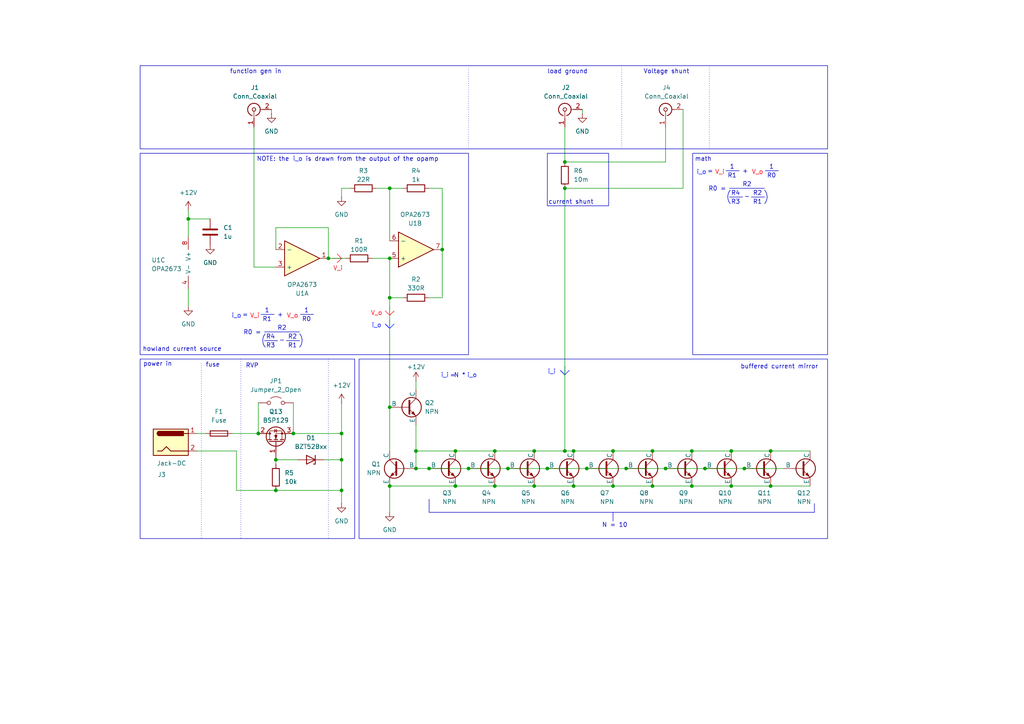
<source format=kicad_sch>
(kicad_sch (version 20250114) (generator "eeschema") (generator_version "9.0")
  (paper "A4")
  (lib_symbols
    (symbol "Connector:Conn_Coaxial" (pin_names (offset 1.016) (hide yes))
      (property "Reference" "J" (at 0.254 3.048 0))
      (property "Value" "Conn_Coaxial" (at 2.921 0 90))
      (symbol "Conn_Coaxial_0_1"
        (polyline (pts (xy -2.54 0) (xy -0.508 0)))
        (arc (start 1.778 0) (mid 0.222 -1.8079) (end -1.778 -0.508) (stroke (width 0.254)))
        (arc (start -1.778 0.508) (mid 0.2221 1.8084) (end 1.778 0) (stroke (width 0.254)))
        (circle (center 0 0) (radius 0.508) (stroke (width 0.2032)))
        (polyline (pts (xy 0 -2.54) (xy 0 -1.778)))
      )
      (symbol "Conn_Coaxial_1_1"
        (pin passive line (at -5.08 0 0) (length 2.54) (name "In") (number "1"))
        (pin passive line (at 0 -5.08 90) (length 2.54) (name "Ext") (number "2"))
      )
    )
    (symbol "Connector:Jack-DC" (pin_names (offset 1.016))
      (property "Reference" "J" (at 0 5.334 0))
      (property "Value" "Jack-DC" (at 0 -5.08 0))
      (symbol "Jack-DC_0_1"
        (rectangle (start -5.08 3.81) (end 5.08 -3.81) (stroke (width 0.254)) (fill (type background)))
        (polyline (pts (xy -3.81 -2.54) (xy -2.54 -2.54) (xy -1.27 -1.27) (xy 0 -2.54) (xy 2.54 -2.54) (xy 5.08 -2.54)) (stroke (width 0.254)))
        (arc (start -3.302 1.905) (mid -3.9343 2.54) (end -3.302 3.175) (stroke (width 0.254)))
        (arc (start -3.302 1.905) (mid -3.9343 2.54) (end -3.302 3.175) (stroke (width 0.254)) (fill (type outline)))
        (rectangle (start 3.683 3.175) (end -3.302 1.905) (stroke (width 0.254)) (fill (type outline)))
        (polyline (pts (xy 5.08 2.54) (xy 3.81 2.54)) (stroke (width 0.254)))
      )
      (symbol "Jack-DC_1_1"
        (pin passive line (at 7.62 2.54 180) (length 2.54) (name "~") (number "1"))
        (pin passive line (at 7.62 -2.54 180) (length 2.54) (name "~") (number "2"))
      )
    )
    (symbol "Device:C" (pin_numbers (hide yes)) (pin_names (offset 0.254))
      (property "Reference" "C" (at 0.635 2.54 0))
      (property "Value" "C" (at 0.635 -2.54 0))
      (symbol "C_0_1"
        (polyline (pts (xy -2.032 0.762) (xy 2.032 0.762)) (stroke (width 0.508)))
        (polyline (pts (xy -2.032 -0.762) (xy 2.032 -0.762)) (stroke (width 0.508)))
      )
      (symbol "C_1_1"
        (pin passive line (at 0 3.81 270) (length 2.794) (name "~") (number "1"))
        (pin passive line (at 0 -3.81 90) (length 2.794) (name "~") (number "2"))
      )
    )
    (symbol "Device:Fuse" (pin_numbers (hide yes)) (pin_names (offset 0))
      (property "Reference" "F" (at 2.032 0 90))
      (property "Value" "Fuse" (at -1.905 0 90))
      (symbol "Fuse_0_1"
        (rectangle (start -0.762 -2.54) (end 0.762 2.54) (stroke (width 0.254)))
        (polyline (pts (xy 0 2.54) (xy 0 -2.54)))
      )
      (symbol "Fuse_1_1"
        (pin passive line (at 0 3.81 270) (length 1.27) (name "~") (number "1"))
        (pin passive line (at 0 -3.81 90) (length 1.27) (name "~") (number "2"))
      )
    )
    (symbol "Device:Opamp_Dual"
      (property "Reference" "U" (at 0 5.08 0))
      (property "Value" "Opamp_Dual" (at 0 -5.08 0))
      (symbol "Opamp_Dual_1_1"
        (polyline (pts (xy -5.08 5.08) (xy 5.08 0) (xy -5.08 -5.08) (xy -5.08 5.08)) (stroke (width 0.254)) (fill (type background)))
        (pin input line (at -7.62 2.54 0) (length 2.54) (name "+") (number "3"))
        (pin input line (at -7.62 -2.54 0) (length 2.54) (name "-") (number "2"))
        (pin output line (at 7.62 0 180) (length 2.54) (name "~") (number "1"))
      )
      (symbol "Opamp_Dual_2_1"
        (polyline (pts (xy -5.08 5.08) (xy 5.08 0) (xy -5.08 -5.08) (xy -5.08 5.08)) (stroke (width 0.254)) (fill (type background)))
        (pin input line (at -7.62 2.54 0) (length 2.54) (name "+") (number "5"))
        (pin input line (at -7.62 -2.54 0) (length 2.54) (name "-") (number "6"))
        (pin output line (at 7.62 0 180) (length 2.54) (name "~") (number "7"))
      )
      (symbol "Opamp_Dual_3_1"
        (pin power_in line (at -2.54 7.62 270) (length 3.81) (name "V+") (number "8"))
        (pin power_in line (at -2.54 -7.62 90) (length 3.81) (name "V-") (number "4"))
      )
    )
    (symbol "Device:R" (pin_numbers (hide yes)) (pin_names (offset 0))
      (property "Reference" "R" (at 2.032 0 90))
      (property "Value" "R" (at 0 0 90))
      (symbol "R_0_1"
        (rectangle (start -1.016 -2.54) (end 1.016 2.54) (stroke (width 0.254)))
      )
      (symbol "R_1_1"
        (pin passive line (at 0 3.81 270) (length 1.27) (name "~") (number "1"))
        (pin passive line (at 0 -3.81 90) (length 1.27) (name "~") (number "2"))
      )
    )
    (symbol "Diode:BZT52Bxx" (pin_numbers (hide yes)) (pin_names (hide yes))
      (property "Reference" "D" (at 0 2.54 0))
      (property "Value" "BZT52Bxx" (at 0 -2.54 0))
      (symbol "BZT52Bxx_0_1"
        (polyline (pts (xy -1.27 -1.27) (xy -1.27 1.27) (xy -0.762 1.27)) (stroke (width 0.254)))
        (polyline (pts (xy 1.27 0) (xy -1.27 0)))
        (polyline (pts (xy 1.27 -1.27) (xy 1.27 1.27) (xy -1.27 0) (xy 1.27 -1.27)) (stroke (width 0.254)))
      )
      (symbol "BZT52Bxx_1_1"
        (pin passive line (at -3.81 0 0) (length 2.54) (name "K") (number "1"))
        (pin passive line (at 3.81 0 180) (length 2.54) (name "A") (number "2"))
      )
    )
    (symbol "Jumper:Jumper_2_Open" (pin_numbers (hide yes)) (pin_names (offset 0) (hide yes))
      (property "Reference" "JP" (at 0 2.794 0))
      (property "Value" "Jumper_2_Open" (at 0 -2.286 0))
      (symbol "Jumper_2_Open_0_0"
        (circle (center -2.032 0) (radius 0.508))
        (circle (center 2.032 0) (radius 0.508))
      )
      (symbol "Jumper_2_Open_0_1"
        (arc (start -1.524 1.27) (mid 0 1.778) (end 1.524 1.27))
      )
      (symbol "Jumper_2_Open_1_1"
        (pin passive line (at -5.08 0 0) (length 2.54) (name "A") (number "1"))
        (pin passive line (at 5.08 0 180) (length 2.54) (name "B") (number "2"))
      )
    )
    (symbol "Simulation_SPICE:NPN" (pin_numbers (hide yes)) (pin_names (offset 0))
      (property "Reference" "Q" (at -2.54 7.62 0))
      (property "Value" "NPN" (at -2.54 5.08 0))
      (symbol "NPN_0_1"
        (polyline (pts (xy -2.54 0) (xy 0.635 0)) (stroke (width 0.1524)))
        (polyline (pts (xy 0.635 1.905) (xy 0.635 -1.905) (xy 0.635 -1.905)) (stroke (width 0.508)))
        (polyline (pts (xy 0.635 0.635) (xy 2.54 2.54)))
        (polyline (pts (xy 0.635 -0.635) (xy 2.54 -2.54) (xy 2.54 -2.54)))
        (circle (center 1.27 0) (radius 2.8194) (stroke (width 0.254)))
        (polyline (pts (xy 1.27 -1.778) (xy 1.778 -1.27) (xy 2.286 -2.286) (xy 1.27 -1.778) (xy 1.27 -1.778)) (fill (type outline)))
        (polyline (pts (xy 2.794 -1.27) (xy 2.794 -1.27)) (stroke (width 0.1524)))
        (polyline (pts (xy 2.794 -1.27) (xy 2.794 -1.27)) (stroke (width 0.1524)))
      )
      (symbol "NPN_1_1"
        (pin input line (at -5.08 0 0) (length 2.54) (name "B") (number "2"))
        (pin open_collector line (at 2.54 5.08 270) (length 2.54) (name "C") (number "1"))
        (pin open_emitter line (at 2.54 -5.08 90) (length 2.54) (name "E") (number "3"))
      )
    )
    (symbol "Transistor_FET:BSP129" (pin_names (hide yes))
      (property "Reference" "Q" (at 5.08 1.905 0))
      (property "Value" "BSP129" (at 5.08 0 0))
      (symbol "BSP129_0_1"
        (polyline (pts (xy 0.254 1.905) (xy 0.254 -1.905)) (stroke (width 0.254)))
        (polyline (pts (xy 0.254 0) (xy -2.54 0)))
        (polyline (pts (xy 0.762 2.286) (xy 0.762 1.27)) (stroke (width 0.254)))
        (polyline (pts (xy 0.762 0.508) (xy 0.762 -0.508)) (stroke (width 0.254)))
        (polyline (pts (xy 0.762 -1.27) (xy 0.762 -2.286)) (stroke (width 0.254)))
        (polyline (pts (xy 0.762 -1.778) (xy 3.302 -1.778) (xy 3.302 1.778) (xy 0.762 1.778)))
        (polyline (pts (xy 1.016 0) (xy 2.032 0.381) (xy 2.032 -0.381) (xy 1.016 0)) (fill (type outline)))
        (circle (center 1.651 0) (radius 2.794) (stroke (width 0.254)))
        (polyline (pts (xy 2.54 2.54) (xy 2.54 1.778)))
        (circle (center 2.54 1.778) (radius 0.254) (fill (type outline)))
        (circle (center 2.54 -1.778) (radius 0.254) (fill (type outline)))
        (polyline (pts (xy 2.54 -2.54) (xy 2.54 0) (xy 0.762 0)))
        (polyline (pts (xy 2.794 0.508) (xy 2.921 0.381) (xy 3.683 0.381) (xy 3.81 0.254)))
        (polyline (pts (xy 3.302 0.381) (xy 2.921 -0.254) (xy 3.683 -0.254) (xy 3.302 0.381)))
      )
      (symbol "BSP129_1_1"
        (pin input line (at -5.08 0 0) (length 5.08) (name "G") (number "1"))
        (pin passive line (at 2.54 5.08 270) (length 2.54) (name "D") (number "2"))
        (pin passive line (at 2.54 -5.08 90) (length 2.54) (name "S") (number "3"))
      )
    )
    (symbol "power:+12V" (power) (pin_numbers (hide yes)) (pin_names (offset 0) (hide yes))
      (property "Value" "+12V" (at 0 3.556 0))
      (symbol "+12V_0_1"
        (polyline (pts (xy -0.762 1.27) (xy 0 2.54)))
        (polyline (pts (xy 0 2.54) (xy 0.762 1.27)))
        (polyline (pts (xy 0 0) (xy 0 2.54)))
      )
      (symbol "+12V_1_1"
        (pin power_in line (at 0 0 90) (length 0) (name "~") (number "1"))
      )
    )
    (symbol "power:GND" (power) (pin_numbers (hide yes)) (pin_names (offset 0) (hide yes))
      (property "Value" "GND" (at 0 -3.81 0))
      (symbol "GND_0_1"
        (polyline (pts (xy 0 0) (xy 0 -1.27) (xy 1.27 -1.27) (xy 0 -2.54) (xy -1.27 -1.27) (xy 0 -1.27)))
      )
      (symbol "GND_1_1"
        (pin power_in line (at 0 0 270) (length 0) (name "~") (number "1"))
      )
    )
  )
  (rectangle (start 158.75 44.45) (end 176.53 59.69))
  (rectangle (start 104.14 104.14) (end 240.03 156.21))
  (rectangle (start 40.64 44.45) (end 135.89 102.87))
  (rectangle (start 40.64 19.05) (end 240.03 43.18))
  (rectangle (start 40.64 104.14) (end 102.87 156.21))
  (rectangle (start 200.914 44.45) (end 240.03 102.87))
  (text ")" (at 222.25 57.15 0) (effects (font (size 2.54 2.54))))
  (text "R4" (at 213.36 56.134 0) (effects (font (size 1.27 1.27))))
  (text "R2" (at 219.71 56.134 0) (effects (font (size 1.27 1.27))))
  (text "+" (at 216.154 49.784 0) (effects (font (size 1.27 1.27))))
  (text "i_o" (at 203.454 50.038 0) (effects (font (size 1.27 1.27))))
  (text "current shunt" (at 165.608 58.674 0) (effects (font (size 1.27 1.27))))
  (text "1" (at 77.47 90.17 0) (effects (font (size 1.27 1.27))))
  (text "V_o" (at 84.836 91.694 0) (effects (font (size 1.27 1.27))))
  (text "NOTE: the     is drawn from the output of the opamp" (at 100.838 46.228 0) (effects (font (size 1.27 1.27))))
  (text "i_o" (at 86.36 46.228 0) (effects (font (size 1.27 1.27))))
  (text "N = 10" (at 178.308 152.4 0) (effects (font (size 1.27 1.27))))
  (text "R1" (at 84.836 100.33 0) (effects (font (size 1.27 1.27))))
  (text "1" (at 212.344 48.514 0) (effects (font (size 1.27 1.27))))
  (text "R0 = " (at 73.66 96.52 0) (effects (font (size 1.27 1.27))))
  (text "+" (at 81.28 91.44 0) (effects (font (size 1.27 1.27))))
  (text "R1" (at 219.71 58.674 0) (effects (font (size 1.27 1.27))))
  (text "V_i" (at 73.914 91.694 0) (effects (font (size 1.27 1.27))))
  (text "(" (at 211.328 57.15 0) (effects (font (size 2.54 2.54))))
  (text "fuse" (at 61.722 105.918 0) (effects (font (size 1.27 1.27))))
  (text "i_o" (at 136.906 108.966 0) (effects (font (size 1.27 1.27))))
  (text "RVP" (at 73.152 106.172 0) (effects (font (size 1.27 1.27))))
  (text "V_i" (at 98.044 77.978 0) (effects (font (size 1.27 1.27))))
  (text "=" (at 71.12 91.44 0) (effects (font (size 1.27 1.27))))
  (text "math" (at 203.962 46.228 0) (effects (font (size 1.27 1.27))))
  (text "i_i" (at 129.032 108.966 0) (effects (font (size 1.27 1.27))))
  (text "=" (at 205.994 49.784 0) (effects (font (size 1.27 1.27))))
  (text "R3" (at 213.36 58.674 0) (effects (font (size 1.27 1.27))))
  (text "howland current source" (at 52.832 101.346 0) (effects (font (size 1.27 1.27))))
  (text "V_o" (at 219.71 50.038 0) (effects (font (size 1.27 1.27))))
  (text "R4" (at 78.486 97.79 0) (effects (font (size 1.27 1.27))))
  (text "1" (at 223.774 48.514 0) (effects (font (size 1.27 1.27))))
  (text "load ground" (at 164.592 20.828 0) (effects (font (size 1.27 1.27))))
  (text "R3" (at 78.486 100.33 0) (effects (font (size 1.27 1.27))))
  (text "i_o" (at 68.58 91.694 0) (effects (font (size 1.27 1.27))))
  (text "power in" (at 45.72 105.664 0) (effects (font (size 1.27 1.27))))
  (text "R1" (at 77.47 92.71 0) (effects (font (size 1.27 1.27))))
  (text "-" (at 216.6494 57.1355 0) (effects (font (size 1.27 1.27))))
  (text "=" (at 131.318 108.966 0) (effects (font (size 1.27 1.27))))
  (text "i_o" (at 109.22 94.488 0) (effects (font (size 1.27 1.27))))
  (text "R2" (at 81.788 95.25 0) (effects (font (size 1.27 1.27))))
  (text "R2" (at 216.662 53.594 0) (effects (font (size 1.27 1.27))))
  (text "R2" (at 84.836 97.79 0) (effects (font (size 1.27 1.27))))
  (text "buffered current mirror" (at 226.06 106.426 0) (effects (font (size 1.27 1.27))))
  (text "V_o" (at 109.22 90.932 0) (effects (font (size 1.27 1.27))))
  (text "R1" (at 212.344 51.054 0) (effects (font (size 1.27 1.27))))
  (text "-" (at 81.7754 98.7915 0) (effects (font (size 1.27 1.27))))
  (text "R0\n" (at 88.9 92.71 0) (effects (font (size 1.27 1.27))))
  (text "function gen in" (at 74.168 20.828 0) (effects (font (size 1.27 1.27))))
  (text "Voltage shunt" (at 193.294 20.828 0) (effects (font (size 1.27 1.27))))
  (text "(" (at 76.454 98.806 0) (effects (font (size 2.54 2.54))))
  (text "R0\n" (at 223.774 51.054 0) (effects (font (size 1.27 1.27))))
  (text "i_i" (at 160.02 107.95 0) (effects (font (size 1.27 1.27))))
  (text ")" (at 87.376 98.806 0) (effects (font (size 2.54 2.54))))
  (text "1" (at 88.9 90.17 0) (effects (font (size 1.27 1.27))))
  (text "V_i" (at 208.788 50.038 0) (effects (font (size 1.27 1.27))))
  (text "R0 = " (at 208.534 54.864 0) (effects (font (size 1.27 1.27))))
  (text "N *" (at 133.35 108.966 0) (effects (font (size 1.27 1.27))))
  (junction (at 223.52 130.81))
  (junction (at 163.83 46.99))
  (junction (at 99.06 125.73))
  (junction (at 143.51 130.81))
  (junction (at 212.09 140.97))
  (junction (at 166.37 130.81))
  (junction (at 193.04 135.89))
  (junction (at 99.06 142.24))
  (junction (at 215.9 135.89))
  (junction (at 154.94 130.81))
  (junction (at 223.52 140.97))
  (junction (at 177.8 140.97))
  (junction (at 189.23 140.97))
  (junction (at 120.65 135.89))
  (junction (at 113.03 54.61))
  (junction (at 158.75 135.89))
  (junction (at 120.65 130.81))
  (junction (at 113.03 86.36))
  (junction (at 189.23 130.81))
  (junction (at 200.66 130.81))
  (junction (at 113.03 140.97))
  (junction (at 170.18 135.89))
  (junction (at 147.32 135.89))
  (junction (at 163.83 130.81))
  (junction (at 135.89 135.89))
  (junction (at 113.03 118.11))
  (junction (at 166.37 140.97))
  (junction (at 128.27 72.39))
  (junction (at 85.09 125.73))
  (junction (at 204.47 135.89))
  (junction (at 132.08 140.97))
  (junction (at 74.93 125.73))
  (junction (at 177.8 130.81))
  (junction (at 80.01 133.35))
  (junction (at 200.66 140.97))
  (junction (at 132.08 130.81))
  (junction (at 80.01 142.24))
  (junction (at 124.46 135.89))
  (junction (at 212.09 130.81))
  (junction (at 143.51 140.97))
  (junction (at 113.03 74.93))
  (junction (at 181.61 135.89))
  (junction (at 95.25 74.93))
  (junction (at 154.94 140.97))
  (junction (at 54.61 63.5))
  (junction (at 163.83 54.61))
  (junction (at 99.06 133.35))
  (wire (pts (xy 212.09 130.81) (xy 223.52 130.81)))
  (wire (pts (xy 74.93 125.73) (xy 67.31 125.73)))
  (wire (pts (xy 158.75 135.89) (xy 170.18 135.89)))
  (wire (pts (xy 124.46 135.89) (xy 135.89 135.89)))
  (polyline (pts (xy 113.03 92.71) (xy 113.03 95.25)) (stroke (width 0) (type solid) (color 0 18 255 1)))
  (wire (pts (xy 189.23 140.97) (xy 200.66 140.97)))
  (polyline (pts (xy 236.22 146.05) (xy 236.22 148.59)))
  (wire (pts (xy 215.9 135.89) (xy 227.33 135.89)))
  (polyline (pts (xy 83.058 98.806) (xy 86.868 98.806)))
  (polyline (pts (xy 58.42 105.41) (xy 58.42 156.21)) (stroke (width 0) (type dot)))
  (wire (pts (xy 116.84 86.36) (xy 113.03 86.36)))
  (wire (pts (xy 80.01 133.35) (xy 86.36 133.35)))
  (wire (pts (xy 212.09 140.97) (xy 223.52 140.97)))
  (wire (pts (xy 143.51 130.81) (xy 154.94 130.81)))
  (wire (pts (xy 113.03 140.97) (xy 132.08 140.97)))
  (polyline (pts (xy 114.3 90.17) (xy 113.03 91.44)) (stroke (width 0) (type solid) (color 255 0 17 1)))
  (wire (pts (xy 113.03 148.59) (xy 113.03 140.97)))
  (wire (pts (xy 154.94 130.81) (xy 163.83 130.81)))
  (polyline (pts (xy 111.76 93.98) (xy 113.03 95.25)) (stroke (width 0) (type solid) (color 0 18 255 1)))
  (polyline (pts (xy 76.708 96.266) (xy 86.868 96.266)))
  (wire (pts (xy 120.65 130.81) (xy 120.65 135.89)))
  (polyline (pts (xy 217.932 57.15) (xy 221.742 57.15)))
  (polyline (pts (xy 96.52 74.93) (xy 99.06 74.93)) (stroke (width 0) (type solid) (color 255 0 17 1)))
  (wire (pts (xy 80.01 66.04) (xy 95.25 66.04)))
  (polyline (pts (xy 124.46 148.59) (xy 236.22 148.59)))
  (wire (pts (xy 163.83 36.83) (xy 163.83 46.99)))
  (polyline (pts (xy 163.83 106.172) (xy 163.83 108.712)) (stroke (width 0) (type solid) (color 0 18 255 1)))
  (wire (pts (xy 204.47 135.89) (xy 215.9 135.89)))
  (wire (pts (xy 193.04 36.83) (xy 193.04 46.99)))
  (wire (pts (xy 200.66 130.81) (xy 212.09 130.81)))
  (wire (pts (xy 177.8 130.81) (xy 189.23 130.81)))
  (polyline (pts (xy 163.83 108.712) (xy 162.56 107.442)) (stroke (width 0) (type solid) (color 0 18 255 1)))
  (polyline (pts (xy 87.122 91.186) (xy 90.932 91.186)))
  (wire (pts (xy 109.22 54.61) (xy 113.03 54.61)))
  (wire (pts (xy 120.65 135.89) (xy 124.46 135.89)))
  (wire (pts (xy 99.06 146.05) (xy 99.06 142.24)))
  (wire (pts (xy 78.74 33.02) (xy 78.74 31.75)))
  (wire (pts (xy 113.03 54.61) (xy 113.03 69.85)))
  (wire (pts (xy 135.89 135.89) (xy 147.32 135.89)))
  (wire (pts (xy 113.03 54.61) (xy 116.84 54.61)))
  (wire (pts (xy 99.06 133.35) (xy 99.06 142.24)))
  (wire (pts (xy 99.06 57.15) (xy 99.06 54.61)))
  (wire (pts (xy 143.51 140.97) (xy 154.94 140.97)))
  (polyline (pts (xy 69.85 104.14) (xy 69.85 156.21)) (stroke (width 0) (type dot)))
  (wire (pts (xy 223.52 130.81) (xy 234.95 130.81)))
  (wire (pts (xy 170.18 135.89) (xy 181.61 135.89)))
  (wire (pts (xy 54.61 60.96) (xy 54.61 63.5)))
  (wire (pts (xy 177.8 140.97) (xy 189.23 140.97)))
  (wire (pts (xy 113.03 86.36) (xy 113.03 118.11)))
  (polyline (pts (xy 113.03 91.44) (xy 111.76 90.17)) (stroke (width 0) (type solid) (color 255 0 17 1)))
  (polyline (pts (xy 95.25 104.14) (xy 95.25 156.21)) (stroke (width 0) (type dot)))
  (wire (pts (xy 124.46 54.61) (xy 128.27 54.61)))
  (wire (pts (xy 163.83 46.99) (xy 193.04 46.99)))
  (wire (pts (xy 54.61 88.9) (xy 54.61 83.82)))
  (wire (pts (xy 120.65 130.81) (xy 132.08 130.81)))
  (wire (pts (xy 189.23 130.81) (xy 200.66 130.81)))
  (wire (pts (xy 54.61 63.5) (xy 60.96 63.5)))
  (wire (pts (xy 181.61 135.89) (xy 193.04 135.89)))
  (wire (pts (xy 85.09 116.84) (xy 85.09 125.73)))
  (wire (pts (xy 80.01 77.47) (xy 73.66 77.47)))
  (wire (pts (xy 200.66 140.97) (xy 212.09 140.97)))
  (wire (pts (xy 128.27 54.61) (xy 128.27 72.39)))
  (wire (pts (xy 99.06 54.61) (xy 101.6 54.61)))
  (polyline (pts (xy 113.03 95.25) (xy 111.76 93.98)) (stroke (width 0) (type solid) (color 0 18 255 1)))
  (polyline (pts (xy 113.03 88.9) (xy 113.03 91.44)) (stroke (width 0) (type solid) (color 255 0 17 1)))
  (wire (pts (xy 113.03 118.11) (xy 113.03 130.81)))
  (wire (pts (xy 95.25 66.04) (xy 95.25 74.93)))
  (wire (pts (xy 80.01 142.24) (xy 99.06 142.24)))
  (polyline (pts (xy 135.89 19.05) (xy 135.89 43.18)) (stroke (width 0) (type dot)))
  (wire (pts (xy 120.65 123.19) (xy 120.65 130.81)))
  (wire (pts (xy 54.61 63.5) (xy 54.61 68.58)))
  (wire (pts (xy 163.83 54.61) (xy 163.83 130.81)))
  (wire (pts (xy 147.32 135.89) (xy 158.75 135.89)))
  (wire (pts (xy 85.09 125.73) (xy 99.06 125.73)))
  (polyline (pts (xy 99.06 74.93) (xy 97.79 76.2)) (stroke (width 0) (type solid) (color 255 0 17 1)))
  (wire (pts (xy 68.58 130.81) (xy 57.15 130.81)))
  (wire (pts (xy 198.12 31.75) (xy 198.12 54.61)))
  (wire (pts (xy 113.03 74.93) (xy 113.03 86.36)))
  (polyline (pts (xy 210.566 49.53) (xy 214.376 49.53)))
  (wire (pts (xy 73.66 36.83) (xy 73.66 77.47)))
  (wire (pts (xy 163.83 130.81) (xy 166.37 130.81)))
  (polyline (pts (xy 180.34 19.05) (xy 180.34 43.18)) (stroke (width 0) (type dot)))
  (wire (pts (xy 107.95 74.93) (xy 113.03 74.93)))
  (wire (pts (xy 99.06 116.84) (xy 99.06 125.73)))
  (wire (pts (xy 223.52 140.97) (xy 234.95 140.97)))
  (polyline (pts (xy 76.708 98.806) (xy 80.518 98.806)))
  (polyline (pts (xy 211.582 57.15) (xy 215.392 57.15)))
  (polyline (pts (xy 205.74 19.05) (xy 205.74 43.18)) (stroke (width 0) (type dot)))
  (polyline (pts (xy 124.46 144.78) (xy 124.46 148.59)))
  (polyline (pts (xy 177.8 148.59) (xy 177.8 151.13)))
  (polyline (pts (xy 114.3 93.98) (xy 113.03 95.25)) (stroke (width 0) (type solid) (color 0 18 255 1)))
  (wire (pts (xy 128.27 86.36) (xy 128.27 72.39)))
  (wire (pts (xy 166.37 130.81) (xy 177.8 130.81)))
  (wire (pts (xy 68.58 142.24) (xy 80.01 142.24)))
  (wire (pts (xy 168.91 33.02) (xy 168.91 31.75)))
  (wire (pts (xy 163.83 54.61) (xy 198.12 54.61)))
  (wire (pts (xy 193.04 135.89) (xy 204.47 135.89)))
  (wire (pts (xy 120.65 110.49) (xy 120.65 113.03)))
  (wire (pts (xy 59.69 125.73) (xy 57.15 125.73)))
  (wire (pts (xy 124.46 86.36) (xy 128.27 86.36)))
  (wire (pts (xy 132.08 130.81) (xy 143.51 130.81)))
  (wire (pts (xy 166.37 140.97) (xy 177.8 140.97)))
  (wire (pts (xy 132.08 140.97) (xy 143.51 140.97)))
  (wire (pts (xy 154.94 140.97) (xy 166.37 140.97)))
  (polyline (pts (xy 165.1 107.442) (xy 163.83 108.712)) (stroke (width 0) (type solid) (color 0 18 255 1)))
  (wire (pts (xy 74.93 116.84) (xy 74.93 125.73)))
  (polyline (pts (xy 221.996 49.53) (xy 225.806 49.53)))
  (wire (pts (xy 80.01 134.62) (xy 80.01 133.35)))
  (polyline (pts (xy 97.79 73.66) (xy 99.06 74.93)) (stroke (width 0) (type solid) (color 255 0 17 1)))
  (wire (pts (xy 80.01 72.39) (xy 80.01 66.04)))
  (polyline (pts (xy 75.692 91.186) (xy 79.502 91.186)))
  (wire (pts (xy 99.06 125.73) (xy 99.06 133.35)))
  (wire (pts (xy 68.58 130.81) (xy 68.58 142.24)))
  (wire (pts (xy 100.33 74.93) (xy 95.25 74.93)))
  (wire (pts (xy 93.98 133.35) (xy 99.06 133.35)))
  (polyline (pts (xy 211.582 54.61) (xy 221.742 54.61)))
  (polyline (pts (xy 162.56 107.442) (xy 163.83 108.712)) (stroke (width 0) (type solid) (color 0 18 255 1)))
  (symbol (lib_id "Simulation_SPICE:NPN") (at 175.26 135.89 0) (unit 1)
    (property "Reference" "Q7" (at 173.99 143.002 0) (effects (justify left)))
    (property "Value" "NPN" (at 173.99 145.542 0) (effects (justify left)))
    (property "Datasheet" "https://ngspice.sourceforge.io/docs/ngspice-html-manual/manual.xhtml#cha_BJTs" (effects (hide yes)))
    (property "Description" "Bipolar transistor symbol for simulation only, substrate tied to the emitter" (effects (hide yes)))
    (property "Sim.Device" "NPN" (effects (hide yes)))
    (property "Sim.Type" "GUMMELPOON" (effects (hide yes)))
    (property "Sim.Pins" "1=C 2=B 3=E" (effects (hide yes)))
  )
  (symbol (lib_id "power:+12V") (at 99.06 116.84 0) (unit 1)
    (property "Reference" "#PWR09" (effects (hide yes)))
    (property "Value" "+12V" (at 99.06 111.76 0))
    (property "Description" "Power symbol creates a global label with name \"+12V\"" (effects (hide yes)))
  )
  (symbol (lib_id "Device:Opamp_Dual") (at 57.15 76.2 0) (unit 3)
    (property "Reference" "U1" (at 43.942 75.438 0) (effects (justify left)))
    (property "Value" "OPA2673" (at 43.942 77.978 0) (effects (justify left)))
    (property "Footprint" "Package_DFN_QFN:Texas_RSA_VQFN-16-1EP_4x4mm_P0.65mm_EP2.7x2.7mm" (effects (hide yes)))
    (property "Datasheet" "https://www.ti.com/lit/ds/symlink/opa2673.pdf?HQS=dis-dk-null-digikeymode-dsf-pf-null-wwe&ts=1751416645136&ref_url=https%253A%252F%252Fwww.ti.com%252Fgeneral%252Fdocs%252Fsuppproductinfo.tsp%253FdistId%253D10%2526gotoUrl%253Dhttps%253A%252F%252Fwww.ti.com%252Flit%252Fgpn%252Fopa2673" (effects (hide yes)))
    (property "Description" "Dual operational amplifier" (effects (hide yes)))
    (property "Sim.Library" "${KICAD9_SYMBOL_DIR}/Simulation_SPICE.sp" (effects (hide yes)))
    (property "Sim.Name" "kicad_builtin_opamp_dual" (effects (hide yes)))
    (property "Sim.Device" "SUBCKT" (effects (hide yes)))
    (property "Sim.Pins" "1=out1 2=in1- 3=in1+ 4=vee 5=in2+ 6=in2- 7=out2 8=vcc" (effects (hide yes)))
  )
  (symbol (lib_id "Device:R") (at 105.41 54.61 90) (unit 1)
    (property "Reference" "R3" (at 105.41 49.53 90))
    (property "Value" "22R" (at 105.41 52.07 90))
    (property "Description" "Resistor" (effects (hide yes)))
  )
  (symbol (lib_id "Simulation_SPICE:NPN") (at 198.12 135.89 0) (unit 1)
    (property "Reference" "Q9" (at 196.85 143.002 0) (effects (justify left)))
    (property "Value" "NPN" (at 196.85 145.542 0) (effects (justify left)))
    (property "Datasheet" "https://ngspice.sourceforge.io/docs/ngspice-html-manual/manual.xhtml#cha_BJTs" (effects (hide yes)))
    (property "Description" "Bipolar transistor symbol for simulation only, substrate tied to the emitter" (effects (hide yes)))
    (property "Sim.Device" "NPN" (effects (hide yes)))
    (property "Sim.Type" "GUMMELPOON" (effects (hide yes)))
    (property "Sim.Pins" "1=C 2=B 3=E" (effects (hide yes)))
  )
  (symbol (lib_id "Connector:Conn_Coaxial") (at 163.83 31.75 90) (unit 1)
    (property "Reference" "J2" (at 164.1232 25.4 90))
    (property "Value" "Conn_Coaxial" (at 164.1232 27.94 90))
    (property "Description" "coaxial connector (BNC, SMA, SMB, SMC, Cinch/RCA, LEMO, ...)" (effects (hide yes)))
  )
  (symbol (lib_id "Device:Opamp_Dual") (at 120.65 72.39 0) (mirror x) (unit 2)
    (property "Reference" "U1" (at 120.396 64.77 0))
    (property "Value" "OPA2673" (at 120.396 62.23 0))
    (property "Footprint" "Package_DFN_QFN:Texas_RSA_VQFN-16-1EP_4x4mm_P0.65mm_EP2.7x2.7mm" (effects (hide yes)))
    (property "Datasheet" "https://www.ti.com/lit/ds/symlink/opa2673.pdf?HQS=dis-dk-null-digikeymode-dsf-pf-null-wwe&ts=1751416645136&ref_url=https%253A%252F%252Fwww.ti.com%252Fgeneral%252Fdocs%252Fsuppproductinfo.tsp%253FdistId%253D10%2526gotoUrl%253Dhttps%253A%252F%252Fwww.ti.com%252Flit%252Fgpn%252Fopa2673" (effects (hide yes)))
    (property "Description" "Dual operational amplifier" (effects (hide yes)))
    (property "Sim.Library" "${KICAD9_SYMBOL_DIR}/Simulation_SPICE.sp" (effects (hide yes)))
    (property "Sim.Name" "kicad_builtin_opamp_dual" (effects (hide yes)))
    (property "Sim.Device" "SUBCKT" (effects (hide yes)))
    (property "Sim.Pins" "1=out1 2=in1- 3=in1+ 4=vee 5=in2+ 6=in2- 7=out2 8=vcc" (effects (hide yes)))
  )
  (symbol (lib_id "power:GND") (at 99.06 57.15 0) (unit 1)
    (property "Reference" "#PWR05" (effects (hide yes)))
    (property "Value" "GND" (at 99.06 62.23 0))
    (property "Description" "Power symbol creates a global label with name \"GND\" , ground" (effects (hide yes)))
  )
  (symbol (lib_id "power:GND") (at 168.91 33.02 0) (unit 1)
    (property "Reference" "#PWR07" (effects (hide yes)))
    (property "Value" "GND" (at 168.91 38.1 0))
    (property "Description" "Power symbol creates a global label with name \"GND\" , ground" (effects (hide yes)))
  )
  (symbol (lib_id "Simulation_SPICE:NPN") (at 129.54 135.89 0) (unit 1)
    (property "Reference" "Q3" (at 128.27 143.002 0) (effects (justify left)))
    (property "Value" "NPN" (at 128.27 145.542 0) (effects (justify left)))
    (property "Datasheet" "https://ngspice.sourceforge.io/docs/ngspice-html-manual/manual.xhtml#cha_BJTs" (effects (hide yes)))
    (property "Description" "Bipolar transistor symbol for simulation only, substrate tied to the emitter" (effects (hide yes)))
    (property "Sim.Device" "NPN" (effects (hide yes)))
    (property "Sim.Type" "GUMMELPOON" (effects (hide yes)))
    (property "Sim.Pins" "1=C 2=B 3=E" (effects (hide yes)))
  )
  (symbol (lib_id "Simulation_SPICE:NPN") (at 115.57 135.89 0) (mirror y) (unit 1)
    (property "Reference" "Q1" (at 110.49 134.6199 0) (effects (justify left)))
    (property "Value" "NPN" (at 110.49 137.1599 0) (effects (justify left)))
    (property "Datasheet" "https://ngspice.sourceforge.io/docs/ngspice-html-manual/manual.xhtml#cha_BJTs" (effects (hide yes)))
    (property "Description" "Bipolar transistor symbol for simulation only, substrate tied to the emitter" (effects (hide yes)))
    (property "Sim.Device" "NPN" (effects (hide yes)))
    (property "Sim.Type" "GUMMELPOON" (effects (hide yes)))
    (property "Sim.Pins" "1=C 2=B 3=E" (effects (hide yes)))
  )
  (symbol (lib_id "Jumper:Jumper_2_Open") (at 80.01 116.84 0) (unit 1)
    (property "Reference" "JP1" (at 80.01 110.49 0))
    (property "Value" "Jumper_2_Open" (at 80.01 113.03 0))
    (property "Description" "Jumper, 2-pole, open" (effects (hide yes)))
  )
  (symbol (lib_id "Diode:BZT52Bxx") (at 90.17 133.35 180) (unit 1)
    (property "Reference" "D1" (at 90.17 127 0))
    (property "Value" "BZT52Bxx" (at 90.17 129.54 0))
    (property "Footprint" "Diode_SMD:D_SOD-123F" (effects (hide yes)))
    (property "Datasheet" "https://diotec.com/tl_files/diotec/files/pdf/datasheets/bzt52b2v4.pdf" (effects (hide yes)))
    (property "Description" "500mW Zener Diode, SOD-123F" (effects (hide yes)))
  )
  (symbol (lib_id "power:GND") (at 54.61 88.9 0) (unit 1)
    (property "Reference" "#PWR02" (effects (hide yes)))
    (property "Value" "GND" (at 54.61 93.98 0))
    (property "Description" "Power symbol creates a global label with name \"GND\" , ground" (effects (hide yes)))
  )
  (symbol (lib_id "power:GND") (at 78.74 33.02 0) (unit 1)
    (property "Reference" "#PWR01" (effects (hide yes)))
    (property "Value" "GND" (at 78.74 38.1 0))
    (property "Description" "Power symbol creates a global label with name \"GND\" , ground" (effects (hide yes)))
  )
  (symbol (lib_id "power:GND") (at 113.03 148.59 0) (unit 1)
    (property "Reference" "#PWR08" (effects (hide yes)))
    (property "Value" "GND" (at 113.03 153.67 0))
    (property "Description" "Power symbol creates a global label with name \"GND\" , ground" (effects (hide yes)))
  )
  (symbol (lib_id "Simulation_SPICE:NPN") (at 118.11 118.11 0) (unit 1)
    (property "Reference" "Q2" (at 123.19 116.8399 0) (effects (justify left)))
    (property "Value" "NPN" (at 123.19 119.3799 0) (effects (justify left)))
    (property "Datasheet" "https://ngspice.sourceforge.io/docs/ngspice-html-manual/manual.xhtml#cha_BJTs" (effects (hide yes)))
    (property "Description" "Bipolar transistor symbol for simulation only, substrate tied to the emitter" (effects (hide yes)))
    (property "Sim.Device" "NPN" (effects (hide yes)))
    (property "Sim.Type" "GUMMELPOON" (effects (hide yes)))
    (property "Sim.Pins" "1=C 2=B 3=E" (effects (hide yes)))
  )
  (symbol (lib_id "Simulation_SPICE:NPN") (at 232.41 135.89 0) (unit 1)
    (property "Reference" "Q12" (at 231.14 143.002 0) (effects (justify left)))
    (property "Value" "NPN" (at 231.14 145.542 0) (effects (justify left)))
    (property "Datasheet" "https://ngspice.sourceforge.io/docs/ngspice-html-manual/manual.xhtml#cha_BJTs" (effects (hide yes)))
    (property "Description" "Bipolar transistor symbol for simulation only, substrate tied to the emitter" (effects (hide yes)))
    (property "Sim.Device" "NPN" (effects (hide yes)))
    (property "Sim.Type" "GUMMELPOON" (effects (hide yes)))
    (property "Sim.Pins" "1=C 2=B 3=E" (effects (hide yes)))
  )
  (symbol (lib_id "Simulation_SPICE:NPN") (at 186.69 135.89 0) (unit 1)
    (property "Reference" "Q8" (at 185.42 143.002 0) (effects (justify left)))
    (property "Value" "NPN" (at 185.42 145.542 0) (effects (justify left)))
    (property "Datasheet" "https://ngspice.sourceforge.io/docs/ngspice-html-manual/manual.xhtml#cha_BJTs" (effects (hide yes)))
    (property "Description" "Bipolar transistor symbol for simulation only, substrate tied to the emitter" (effects (hide yes)))
    (property "Sim.Device" "NPN" (effects (hide yes)))
    (property "Sim.Type" "GUMMELPOON" (effects (hide yes)))
    (property "Sim.Pins" "1=C 2=B 3=E" (effects (hide yes)))
  )
  (symbol (lib_id "Device:R") (at 80.01 138.43 0) (unit 1)
    (property "Reference" "R5" (at 82.55 137.1599 0) (effects (justify left)))
    (property "Value" "10k" (at 82.55 139.6999 0) (effects (justify left)))
    (property "Description" "Resistor" (effects (hide yes)))
  )
  (symbol (lib_id "power:+12V") (at 54.61 60.96 0) (unit 1)
    (property "Reference" "#PWR03" (effects (hide yes)))
    (property "Value" "+12V" (at 54.61 55.88 0))
    (property "Description" "Power symbol creates a global label with name \"+12V\"" (effects (hide yes)))
  )
  (symbol (lib_id "power:GND") (at 60.96 71.12 0) (unit 1)
    (property "Reference" "#PWR04" (effects (hide yes)))
    (property "Value" "GND" (at 60.96 76.2 0))
    (property "Description" "Power symbol creates a global label with name \"GND\" , ground" (effects (hide yes)))
  )
  (symbol (lib_id "Simulation_SPICE:NPN") (at 140.97 135.89 0) (unit 1)
    (property "Reference" "Q4" (at 139.7 143.002 0) (effects (justify left)))
    (property "Value" "NPN" (at 139.7 145.542 0) (effects (justify left)))
    (property "Datasheet" "https://ngspice.sourceforge.io/docs/ngspice-html-manual/manual.xhtml#cha_BJTs" (effects (hide yes)))
    (property "Description" "Bipolar transistor symbol for simulation only, substrate tied to the emitter" (effects (hide yes)))
    (property "Sim.Device" "NPN" (effects (hide yes)))
    (property "Sim.Type" "GUMMELPOON" (effects (hide yes)))
    (property "Sim.Pins" "1=C 2=B 3=E" (effects (hide yes)))
  )
  (symbol (lib_id "power:GND") (at 99.06 146.05 0) (unit 1)
    (property "Reference" "#PWR010" (effects (hide yes)))
    (property "Value" "GND" (at 99.06 151.13 0))
    (property "Description" "Power symbol creates a global label with name \"GND\" , ground" (effects (hide yes)))
  )
  (symbol (lib_id "Simulation_SPICE:NPN") (at 220.98 135.89 0) (unit 1)
    (property "Reference" "Q11" (at 219.71 143.002 0) (effects (justify left)))
    (property "Value" "NPN" (at 219.71 145.542 0) (effects (justify left)))
    (property "Datasheet" "https://ngspice.sourceforge.io/docs/ngspice-html-manual/manual.xhtml#cha_BJTs" (effects (hide yes)))
    (property "Description" "Bipolar transistor symbol for simulation only, substrate tied to the emitter" (effects (hide yes)))
    (property "Sim.Device" "NPN" (effects (hide yes)))
    (property "Sim.Type" "GUMMELPOON" (effects (hide yes)))
    (property "Sim.Pins" "1=C 2=B 3=E" (effects (hide yes)))
  )
  (symbol (lib_id "Device:C") (at 60.96 67.31 0) (unit 1)
    (property "Reference" "C1" (at 64.77 66.0399 0) (effects (justify left)))
    (property "Value" "1u" (at 64.77 68.5799 0) (effects (justify left)))
    (property "Description" "Unpolarized capacitor" (effects (hide yes)))
  )
  (symbol (lib_id "Connector:Conn_Coaxial") (at 193.04 31.75 90) (unit 1)
    (property "Reference" "J4" (at 193.3332 25.4 90))
    (property "Value" "Conn_Coaxial" (at 193.3332 27.94 90))
    (property "Description" "coaxial connector (BNC, SMA, SMB, SMC, Cinch/RCA, LEMO, ...)" (effects (hide yes)))
  )
  (symbol (lib_id "Connector:Jack-DC") (at 49.53 128.27 0) (unit 1)
    (property "Reference" "J3" (at 45.72 137.668 0) (effects (justify left)))
    (property "Value" "Jack-DC" (at 45.466 134.366 0) (effects (justify left)))
    (property "Description" "DC Barrel Jack" (effects (hide yes)))
  )
  (symbol (lib_id "Device:R") (at 163.83 50.8 0) (unit 1)
    (property "Reference" "R6" (at 166.37 49.5299 0) (effects (justify left)))
    (property "Value" "10m" (at 166.37 52.0699 0) (effects (justify left)))
    (property "Description" "Resistor" (effects (hide yes)))
  )
  (symbol (lib_id "power:+12V") (at 120.65 110.49 0) (unit 1)
    (property "Reference" "#PWR06" (effects (hide yes)))
    (property "Value" "+12V" (at 120.65 106.426 0))
    (property "Description" "Power symbol creates a global label with name \"+12V\"" (effects (hide yes)))
  )
  (symbol (lib_id "Device:R") (at 104.14 74.93 90) (unit 1)
    (property "Reference" "R1" (at 104.14 69.85 90))
    (property "Value" "100R" (at 104.14 72.39 90))
    (property "Description" "Resistor" (effects (hide yes)))
  )
  (symbol (lib_id "Transistor_FET:BSP129") (at 80.01 128.27 90) (unit 1)
    (property "Reference" "Q13" (at 80.01 119.38 90))
    (property "Value" "BSP129" (at 80.01 121.92 90))
    (property "Footprint" "Package_TO_SOT_SMD:SOT-223-3_TabPin2" (effects (hide yes)))
    (property "Datasheet" "https://www.infineon.com/dgdl/Infineon-BSP129-DS-v01_42-en.pdf?fileId=db3a30433c1a8752013c1fc296d2395f" (effects (hide yes)))
    (property "Description" "0.35A Id, 240V Vds, N-Channel MOSFET, SOT-223" (effects (hide yes)))
  )
  (symbol (lib_id "Simulation_SPICE:NPN") (at 163.83 135.89 0) (unit 1)
    (property "Reference" "Q6" (at 162.56 143.002 0) (effects (justify left)))
    (property "Value" "NPN" (at 162.56 145.542 0) (effects (justify left)))
    (property "Datasheet" "https://ngspice.sourceforge.io/docs/ngspice-html-manual/manual.xhtml#cha_BJTs" (effects (hide yes)))
    (property "Description" "Bipolar transistor symbol for simulation only, substrate tied to the emitter" (effects (hide yes)))
    (property "Sim.Device" "NPN" (effects (hide yes)))
    (property "Sim.Type" "GUMMELPOON" (effects (hide yes)))
    (property "Sim.Pins" "1=C 2=B 3=E" (effects (hide yes)))
  )
  (symbol (lib_id "Device:R") (at 120.65 54.61 90) (unit 1)
    (property "Reference" "R4" (at 120.65 49.53 90))
    (property "Value" "1k" (at 120.65 52.07 90))
    (property "Description" "Resistor" (effects (hide yes)))
  )
  (symbol (lib_id "Device:Fuse") (at 63.5 125.73 90) (unit 1)
    (property "Reference" "F1" (at 63.5 119.38 90))
    (property "Value" "Fuse" (at 63.5 121.92 90))
    (property "Description" "Fuse" (effects (hide yes)))
  )
  (symbol (lib_id "Simulation_SPICE:NPN") (at 209.55 135.89 0) (unit 1)
    (property "Reference" "Q10" (at 208.28 143.002 0) (effects (justify left)))
    (property "Value" "NPN" (at 208.28 145.542 0) (effects (justify left)))
    (property "Datasheet" "https://ngspice.sourceforge.io/docs/ngspice-html-manual/manual.xhtml#cha_BJTs" (effects (hide yes)))
    (property "Description" "Bipolar transistor symbol for simulation only, substrate tied to the emitter" (effects (hide yes)))
    (property "Sim.Device" "NPN" (effects (hide yes)))
    (property "Sim.Type" "GUMMELPOON" (effects (hide yes)))
    (property "Sim.Pins" "1=C 2=B 3=E" (effects (hide yes)))
  )
  (symbol (lib_id "Simulation_SPICE:NPN") (at 152.4 135.89 0) (unit 1)
    (property "Reference" "Q5" (at 151.13 143.002 0) (effects (justify left)))
    (property "Value" "NPN" (at 151.13 145.542 0) (effects (justify left)))
    (property "Datasheet" "https://ngspice.sourceforge.io/docs/ngspice-html-manual/manual.xhtml#cha_BJTs" (effects (hide yes)))
    (property "Description" "Bipolar transistor symbol for simulation only, substrate tied to the emitter" (effects (hide yes)))
    (property "Sim.Device" "NPN" (effects (hide yes)))
    (property "Sim.Type" "GUMMELPOON" (effects (hide yes)))
    (property "Sim.Pins" "1=C 2=B 3=E" (effects (hide yes)))
  )
  (symbol (lib_id "Connector:Conn_Coaxial") (at 73.66 31.75 90) (unit 1)
    (property "Reference" "J1" (at 73.9532 25.4 90))
    (property "Value" "Conn_Coaxial" (at 73.9532 27.94 90))
    (property "Description" "coaxial connector (BNC, SMA, SMB, SMC, Cinch/RCA, LEMO, ...)" (effects (hide yes)))
  )
  (symbol (lib_id "Device:Opamp_Dual") (at 87.63 74.93 0) (mirror x) (unit 1)
    (property "Reference" "U1" (at 87.63 85.09 0))
    (property "Value" "OPA2673" (at 87.63 82.55 0))
    (property "Footprint" "Package_DFN_QFN:Texas_RSA_VQFN-16-1EP_4x4mm_P0.65mm_EP2.7x2.7mm" (effects (hide yes)))
    (property "Datasheet" "https://www.ti.com/lit/ds/symlink/opa2673.pdf?HQS=dis-dk-null-digikeymode-dsf-pf-null-wwe&ts=1751416645136&ref_url=https%253A%252F%252Fwww.ti.com%252Fgeneral%252Fdocs%252Fsuppproductinfo.tsp%253FdistId%253D10%2526gotoUrl%253Dhttps%253A%252F%252Fwww.ti.com%252Flit%252Fgpn%252Fopa2673" (effects (hide yes)))
    (property "Description" "Dual operational amplifier" (effects (hide yes)))
    (property "Sim.Library" "${KICAD9_SYMBOL_DIR}/Simulation_SPICE.sp" (effects (hide yes)))
    (property "Sim.Name" "kicad_builtin_opamp_dual" (effects (hide yes)))
    (property "Sim.Device" "SUBCKT" (effects (hide yes)))
    (property "Sim.Pins" "1=out1 2=in1- 3=in1+ 4=vee 5=in2+ 6=in2- 7=out2 8=vcc" (effects (hide yes)))
  )
  (symbol (lib_id "Device:R") (at 120.65 86.36 90) (unit 1)
    (property "Reference" "R2" (at 120.65 81.026 90))
    (property "Value" "330R" (at 120.65 83.566 90))
    (property "Description" "Resistor" (effects (hide yes)))
  )
)
</source>
